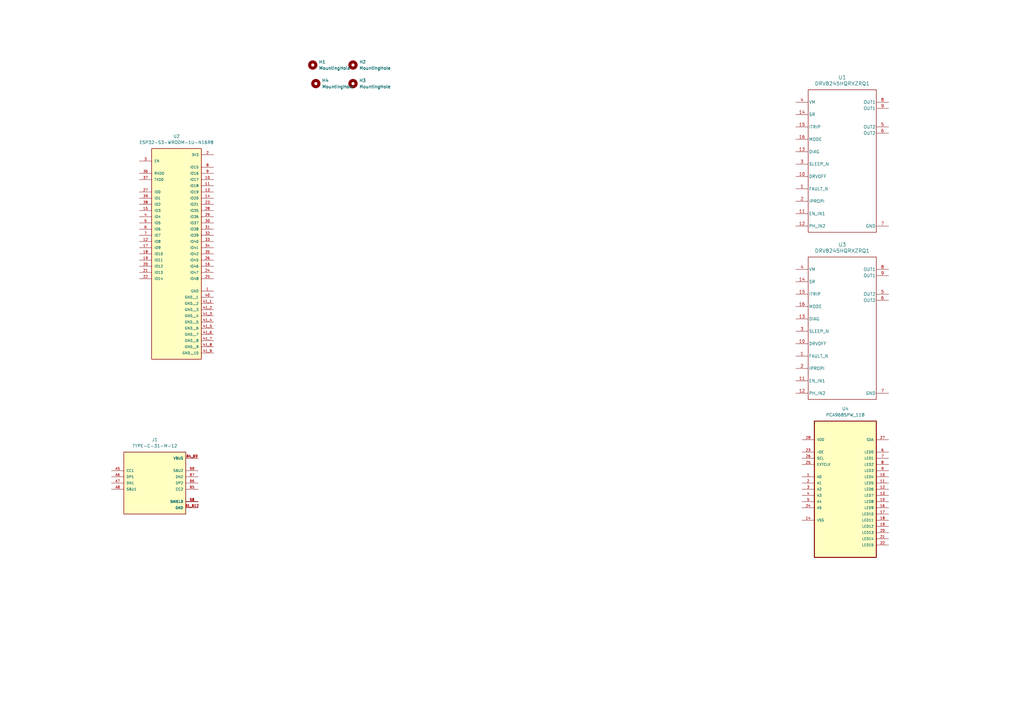
<source format=kicad_sch>
(kicad_sch (version 20250114) (generator "eeschema") (generator_version "9.0")
  (paper "A3")
  (title_block (title "Robotics ESP32 Development Board") (date "2025-10-21") (rev "1"))
  (lib_symbols
    (symbol "DRV8245H-Q1:DRV8245HQRXZRQ1" (pin_names (offset 0.254))
      (property "Reference" "U" (at 0 2.54 0))
      (property "Value" "DRV8245HQRXZRQ1" (at 0 0 0))
      (symbol "DRV8245HQRXZRQ1_0_1"
        (polyline (pts (xy 5.08 5.08) (xy 5.08 -53.34)) (stroke (width 0.2032)))
        (polyline (pts (xy 5.08 -53.34) (xy 33.02 -53.34)) (stroke (width 0.2032)))
        (polyline (pts (xy 33.02 5.08) (xy 5.08 5.08)) (stroke (width 0.2032)))
        (polyline (pts (xy 33.02 -53.34) (xy 33.02 5.08)) (stroke (width 0.2032)))
        (pin power_in line (at 0 0 0) (length 5.08) (name "VM") (number "4"))
        (pin unspecified line (at 0 -5.08 0) (length 5.08) (name "SR") (number "14"))
        (pin unspecified line (at 0 -10.16 0) (length 5.08) (name "ITRIP") (number "15"))
        (pin unspecified line (at 0 -15.24 0) (length 5.08) (name "MODE") (number "16"))
        (pin unspecified line (at 0 -20.32 0) (length 5.08) (name "DIAG") (number "13"))
        (pin input line (at 0 -25.4 0) (length 5.08) (name "SLEEP_N") (number "3"))
        (pin input line (at 0 -30.48 0) (length 5.08) (name "DRVOFF") (number "10"))
        (pin open_collector line (at 0 -35.56 0) (length 5.08) (name "FAULT_N") (number "1"))
        (pin unspecified line (at 0 -40.64 0) (length 5.08) (name "IPROPI") (number "2"))
        (pin input line (at 0 -45.72 0) (length 5.08) (name "EN_IN1") (number "11"))
        (pin input line (at 0 -50.8 0) (length 5.08) (name "PH_IN2") (number "12"))
        (pin unspecified line (at 38.1 0 180) (length 5.08) (name "OUT1") (number "8"))
        (pin unspecified line (at 38.1 -2.54 180) (length 5.08) (name "OUT1") (number "9"))
        (pin unspecified line (at 38.1 -10.16 180) (length 5.08) (name "OUT2") (number "5"))
        (pin unspecified line (at 38.1 -12.7 180) (length 5.08) (name "OUT2") (number "6"))
        (pin power_in line (at 38.1 -50.8 180) (length 5.08) (name "GND") (number "7"))
      )
    )
    (symbol "ESP32-S3-WROOM-1U-N16R8:ESP32-S3-WROOM-1U-N16R8" (pin_names (offset 1.016))
      (property "Reference" "U" (at -10.16 31.242 0))
      (property "Value" "ESP32-S3-WROOM-1U-N16R8" (at -10.16 -58.42 0))
      (symbol "ESP32-S3-WROOM-1U-N16R8_0_0"
        (rectangle (start -10.16 -55.88) (end 10.16 30.48) (stroke (width 0.254)) (fill (type background)))
        (pin input line (at -15.24 25.4 0) (length 5.08) (name "EN") (number "3"))
        (pin bidirectional line (at -15.24 20.32 0) (length 5.08) (name "RXD0") (number "36"))
        (pin bidirectional line (at -15.24 17.78 0) (length 5.08) (name "TXD0") (number "37"))
        (pin bidirectional line (at -15.24 12.7 0) (length 5.08) (name "IO0") (number "27"))
        (pin bidirectional line (at -15.24 10.16 0) (length 5.08) (name "IO1") (number "39"))
        (pin bidirectional line (at -15.24 7.62 0) (length 5.08) (name "IO2") (number "38"))
        (pin bidirectional line (at -15.24 5.08 0) (length 5.08) (name "IO3") (number "15"))
        (pin bidirectional line (at -15.24 2.54 0) (length 5.08) (name "IO4") (number "4"))
        (pin bidirectional line (at -15.24 0 0) (length 5.08) (name "IO5") (number "5"))
        (pin bidirectional line (at -15.24 -2.54 0) (length 5.08) (name "IO6") (number "6"))
        (pin bidirectional line (at -15.24 -5.08 0) (length 5.08) (name "IO7") (number "7"))
        (pin bidirectional line (at -15.24 -7.62 0) (length 5.08) (name "IO8") (number "12"))
        (pin bidirectional line (at -15.24 -10.16 0) (length 5.08) (name "IO9") (number "17"))
        (pin bidirectional line (at -15.24 -12.7 0) (length 5.08) (name "IO10") (number "18"))
        (pin bidirectional line (at -15.24 -15.24 0) (length 5.08) (name "IO11") (number "19"))
        (pin bidirectional line (at -15.24 -17.78 0) (length 5.08) (name "IO12") (number "20"))
        (pin bidirectional line (at -15.24 -20.32 0) (length 5.08) (name "IO13") (number "21"))
        (pin bidirectional line (at -15.24 -22.86 0) (length 5.08) (name "IO14") (number "22"))
        (pin power_in line (at 15.24 27.94 180) (length 5.08) (name "3V3") (number "2"))
        (pin bidirectional line (at 15.24 22.86 180) (length 5.08) (name "IO15") (number "8"))
        (pin bidirectional line (at 15.24 20.32 180) (length 5.08) (name "IO16") (number "9"))
        (pin bidirectional line (at 15.24 17.78 180) (length 5.08) (name "IO17") (number "10"))
        (pin bidirectional line (at 15.24 15.24 180) (length 5.08) (name "IO18") (number "11"))
        (pin bidirectional line (at 15.24 12.7 180) (length 5.08) (name "IO19") (number "13"))
        (pin bidirectional line (at 15.24 10.16 180) (length 5.08) (name "IO20") (number "14"))
        (pin bidirectional line (at 15.24 7.62 180) (length 5.08) (name "IO21") (number "23"))
        (pin bidirectional line (at 15.24 5.08 180) (length 5.08) (name "IO35") (number "28"))
        (pin bidirectional line (at 15.24 2.54 180) (length 5.08) (name "IO36") (number "29"))
        (pin bidirectional line (at 15.24 0 180) (length 5.08) (name "IO37") (number "30"))
        (pin bidirectional line (at 15.24 -2.54 180) (length 5.08) (name "IO38") (number "31"))
        (pin bidirectional line (at 15.24 -5.08 180) (length 5.08) (name "IO39") (number "32"))
        (pin bidirectional line (at 15.24 -7.62 180) (length 5.08) (name "IO40") (number "33"))
        (pin bidirectional line (at 15.24 -10.16 180) (length 5.08) (name "IO41") (number "34"))
        (pin bidirectional line (at 15.24 -12.7 180) (length 5.08) (name "IO42") (number "35"))
        (pin bidirectional line (at 15.24 -15.24 180) (length 5.08) (name "IO45") (number "26"))
        (pin bidirectional line (at 15.24 -17.78 180) (length 5.08) (name "IO46") (number "16"))
        (pin bidirectional line (at 15.24 -20.32 180) (length 5.08) (name "IO47") (number "24"))
        (pin bidirectional line (at 15.24 -22.86 180) (length 5.08) (name "IO48") (number "25"))
        (pin power_in line (at 15.24 -27.94 180) (length 5.08) (name "GND") (number "1"))
        (pin power_in line (at 15.24 -30.48 180) (length 5.08) (name "GND__1") (number "40"))
        (pin power_in line (at 15.24 -33.02 180) (length 5.08) (name "GND__2") (number "41_1"))
        (pin power_in line (at 15.24 -35.56 180) (length 5.08) (name "GND__3") (number "41_2"))
        (pin power_in line (at 15.24 -38.1 180) (length 5.08) (name "GND__4") (number "41_3"))
        (pin power_in line (at 15.24 -40.64 180) (length 5.08) (name "GND__5") (number "41_4"))
        (pin power_in line (at 15.24 -43.18 180) (length 5.08) (name "GND__6") (number "41_5"))
        (pin power_in line (at 15.24 -45.72 180) (length 5.08) (name "GND__7") (number "41_6"))
        (pin power_in line (at 15.24 -48.26 180) (length 5.08) (name "GND__8") (number "41_7"))
        (pin power_in line (at 15.24 -50.8 180) (length 5.08) (name "GND__9") (number "41_8"))
        (pin power_in line (at 15.24 -53.34 180) (length 5.08) (name "GND__10") (number "41_9"))
      )
    )
    (symbol "Mechanical:MountingHole" (pin_names (offset 1.016)) (in_bom no)
      (property "Reference" "H" (at 0 5.08 0))
      (property "Value" "MountingHole" (at 0 3.175 0))
      (symbol "MountingHole_0_1"
        (circle (center 0 0) (radius 1.27) (stroke (width 1.27)))
      )
    )
    (symbol "PCA9685 PWM Servo Driver:PCA9685PW_118" (pin_names (offset 1.016))
      (property "Reference" "U" (at -5.3748 29.5233 0))
      (property "Value" "PCA9685PW_118" (at -3.0529 -35.7951 0))
      (symbol "PCA9685PW_118_0_0"
        (rectangle (start -12.7 -30.48) (end 12.7 25.4) (stroke (width 0.4064)) (fill (type background)))
        (pin power_in line (at -17.78 17.78 0) (length 5.08) (name "VDD") (number "28"))
        (pin input line (at -17.78 12.7 0) (length 5.08) (name "~OE") (number "23"))
        (pin input line (at -17.78 10.16 0) (length 5.08) (name "SCL") (number "26"))
        (pin input line (at -17.78 7.62 0) (length 5.08) (name "EXTCLK") (number "25"))
        (pin input line (at -17.78 2.54 0) (length 5.08) (name "A0") (number "1"))
        (pin input line (at -17.78 0 0) (length 5.08) (name "A1") (number "2"))
        (pin input line (at -17.78 -2.54 0) (length 5.08) (name "A2") (number "3"))
        (pin input line (at -17.78 -5.08 0) (length 5.08) (name "A3") (number "4"))
        (pin input line (at -17.78 -7.62 0) (length 5.08) (name "A4") (number "5"))
        (pin input line (at -17.78 -10.16 0) (length 5.08) (name "A5") (number "24"))
        (pin passive line (at -17.78 -15.24 0) (length 5.08) (name "VSS") (number "14"))
        (pin bidirectional line (at 17.78 17.78 180) (length 5.08) (name "SDA") (number "27"))
        (pin output line (at 17.78 12.7 180) (length 5.08) (name "LED0") (number "6"))
        (pin output line (at 17.78 10.16 180) (length 5.08) (name "LED1") (number "7"))
        (pin output line (at 17.78 7.62 180) (length 5.08) (name "LED2") (number "8"))
        (pin output line (at 17.78 5.08 180) (length 5.08) (name "LED3") (number "9"))
        (pin output line (at 17.78 2.54 180) (length 5.08) (name "LED4") (number "10"))
        (pin output line (at 17.78 0 180) (length 5.08) (name "LED5") (number "11"))
        (pin output line (at 17.78 -2.54 180) (length 5.08) (name "LED6") (number "12"))
        (pin output line (at 17.78 -5.08 180) (length 5.08) (name "LED7") (number "13"))
        (pin output line (at 17.78 -7.62 180) (length 5.08) (name "LED8") (number "15"))
        (pin output line (at 17.78 -10.16 180) (length 5.08) (name "LED9") (number "16"))
        (pin output line (at 17.78 -12.7 180) (length 5.08) (name "LED10") (number "17"))
        (pin output line (at 17.78 -15.24 180) (length 5.08) (name "LED11") (number "18"))
        (pin output line (at 17.78 -17.78 180) (length 5.08) (name "LED12") (number "19"))
        (pin output line (at 17.78 -20.32 180) (length 5.08) (name "LED13") (number "20"))
        (pin output line (at 17.78 -22.86 180) (length 5.08) (name "LED14") (number "21"))
        (pin output line (at 17.78 -25.4 180) (length 5.08) (name "LED15") (number "22"))
      )
    )
    (symbol "Type C connector:TYPE-C-31-M-12" (pin_names (offset 1.016))
      (property "Reference" "J" (at -12.7 13.462 0))
      (property "Value" "TYPE-C-31-M-12" (at -12.7 -13.462 0))
      (symbol "TYPE-C-31-M-12_0_0"
        (rectangle (start -12.7 -12.7) (end 12.7 12.7) (stroke (width 0.254)) (fill (type background)))
        (pin bidirectional line (at -17.78 5.08 0) (length 5.08) (name "CC1") (number "A5"))
        (pin bidirectional line (at -17.78 2.54 0) (length 5.08) (name "DP1") (number "A6"))
        (pin bidirectional line (at -17.78 0 0) (length 5.08) (name "DN1") (number "A7"))
        (pin bidirectional line (at -17.78 -2.54 0) (length 5.08) (name "SBU1") (number "A8"))
        (pin power_in line (at 17.78 10.16 180) (length 5.08) (name "VBUS") (number "A4_B9"))
        (pin power_in line (at 17.78 10.16 180) (length 5.08) (name "VBUS") (number "B4_A9"))
        (pin bidirectional line (at 17.78 5.08 180) (length 5.08) (name "SBU2") (number "B8"))
        (pin bidirectional line (at 17.78 2.54 180) (length 5.08) (name "DN2") (number "B7"))
        (pin bidirectional line (at 17.78 0 180) (length 5.08) (name "DP2") (number "B6"))
        (pin bidirectional line (at 17.78 -2.54 180) (length 5.08) (name "CC2") (number "B5"))
        (pin passive line (at 17.78 -7.62 180) (length 5.08) (name "SHIELD") (number "S1"))
        (pin passive line (at 17.78 -7.62 180) (length 5.08) (name "SHIELD") (number "S2"))
        (pin passive line (at 17.78 -7.62 180) (length 5.08) (name "SHIELD") (number "S3"))
        (pin passive line (at 17.78 -7.62 180) (length 5.08) (name "SHIELD") (number "S4"))
        (pin power_in line (at 17.78 -10.16 180) (length 5.08) (name "GND") (number "A1_B12"))
        (pin power_in line (at 17.78 -10.16 180) (length 5.08) (name "GND") (number "B1_A12"))
      )
    )
  )
  (symbol (lib_id "DRV8245H-Q1:DRV8245HQRXZRQ1") (at 326.39 110.49 0) (unit 1)
    (property "Reference" "U3" (at 345.44 100.33 0) (effects (font (size 1.524 1.524))))
    (property "Value" "DRV8245HQRXZRQ1" (at 345.44 102.87 0) (effects (font (size 1.524 1.524))))
    (property "Footprint" "DRV8245H-Q1:RXZ0016A-MFG" (effects (hide yes)))
    (property "Datasheet" "https://www.ti.com/lit/gpn/drv8245-q1" (effects (hide yes)))
  )
  (symbol (lib_id "ESP32-S3-WROOM-1U-N16R8:ESP32-S3-WROOM-1U-N16R8") (at 72.39 91.44 0) (unit 1)
    (property "Reference" "U2" (at 72.39 55.88 0))
    (property "Value" "ESP32-S3-WROOM-1U-N16R8" (at 72.39 58.42 0))
    (property "Footprint" "ESP32-S3-WROOM-N16R8:XCVR_ESP32-S3-WROOM-1U-N16R8" (effects (hide yes)))
    (property "PARTREV" "v1.1" (effects (hide yes)))
    (property "STANDARD" "Manufacturer Recommendations" (effects (hide yes)))
    (property "MAXIMUM_PACKAGE_HEIGHT" "3.35mm" (effects (hide yes)))
    (property "MANUFACTURER" "Espressif Systems" (effects (hide yes)))
  )
  (symbol (lib_id "Mechanical:MountingHole") (at 128.27 26.67 0) (unit 1) (in_bom no)
    (property "Reference" "H1" (at 130.81 25.3999 0) (effects (justify left)))
    (property "Value" "MountingHole" (at 130.81 27.9399 0) (effects (justify left)))
    (property "Footprint" "MountingHole:MountingHole_3.2mm_M3" (effects (hide yes)))
    (property "Description" "Mounting Hole without connection" (effects (hide yes)))
  )
  (symbol (lib_id "DRV8245H-Q1:DRV8245HQRXZRQ1") (at 326.39 41.91 0) (unit 1)
    (property "Reference" "U1" (at 345.44 31.75 0) (effects (font (size 1.524 1.524))))
    (property "Value" "DRV8245HQRXZRQ1" (at 345.44 34.29 0) (effects (font (size 1.524 1.524))))
    (property "Footprint" "DRV8245H-Q1:RXZ0016A-MFG" (effects (hide yes)))
    (property "Datasheet" "https://www.ti.com/lit/gpn/drv8245-q1" (effects (hide yes)))
  )
  (symbol (lib_id "Mechanical:MountingHole") (at 129.54 34.29 0) (unit 1) (in_bom no)
    (property "Reference" "H4" (at 132.08 33.0199 0) (effects (justify left)))
    (property "Value" "MountingHole" (at 132.08 35.5599 0) (effects (justify left)))
    (property "Footprint" "MountingHole:MountingHole_3.2mm_M3" (effects (hide yes)))
    (property "Description" "Mounting Hole without connection" (effects (hide yes)))
  )
  (symbol (lib_id "Mechanical:MountingHole") (at 144.78 26.67 0) (unit 1) (in_bom no)
    (property "Reference" "H2" (at 147.32 25.3999 0) (effects (justify left)))
    (property "Value" "MountingHole" (at 147.32 27.9399 0) (effects (justify left)))
    (property "Footprint" "MountingHole:MountingHole_3.2mm_M3" (effects (hide yes)))
    (property "Description" "Mounting Hole without connection" (effects (hide yes)))
  )
  (symbol (lib_id "Mechanical:MountingHole") (at 144.78 34.29 0) (unit 1) (in_bom no)
    (property "Reference" "H3" (at 147.32 33.0199 0) (effects (justify left)))
    (property "Value" "MountingHole" (at 147.32 35.5599 0) (effects (justify left)))
    (property "Footprint" "MountingHole:MountingHole_3.2mm_M3" (effects (hide yes)))
    (property "Description" "Mounting Hole without connection" (effects (hide yes)))
  )
  (symbol (lib_id "PCA9685 PWM Servo Driver:PCA9685PW_118") (at 346.71 198.12 0) (unit 1)
    (property "Reference" "U4" (at 346.71 167.64 0))
    (property "Value" "PCA9685PW_118" (at 346.71 170.18 0))
    (property "Footprint" "PCA9685 PWM Servo Driver:SOP65P640X110-28N" (effects (hide yes)))
    (property "MF" "NXP USA" (effects (hide yes)))
    (property "Description_1" "LED Driver IC 16 Output Linear - PWM Dimming 25mA 28-TSSOP" (effects (hide yes)))
    (property "PACKAGE" "TSSOP-28" (effects (hide yes)))
    (property "MPN" "PCA9685PW,118" (effects (hide yes)))
    (property "Price" "None" (effects (hide yes)))
    (property "Package" "TSSOP-28 NXP Semiconductors" (effects (hide yes)))
    (property "OC_FARNELL" "1854074" (effects (hide yes)))
    (property "SnapEDA_Link" "https://www.snapeda.com/parts/PCA9685PW,118/NXP+Semiconductors/view-part/?ref=snap" (effects (hide yes)))
    (property "MP" "PCA9685PW,118" (effects (hide yes)))
    (property "SUPPLIER" "NXP" (effects (hide yes)))
    (property "OC_NEWARK" "19T6398" (effects (hide yes)))
    (property "Availability" "In Stock" (effects (hide yes)))
    (property "Check_prices" "https://www.snapeda.com/parts/PCA9685PW,118/NXP+Semiconductors/view-part/?ref=eda" (effects (hide yes)))
  )
  (symbol (lib_id "Type C connector:TYPE-C-31-M-12") (at 63.5 198.12 0) (unit 1)
    (property "Reference" "J1" (at 63.5 180.34 0))
    (property "Value" "TYPE-C-31-M-12" (at 63.5 182.88 0))
    (property "Footprint" "Type C Connector:HRO_TYPE-C-31-M-12" (effects (hide yes)))
    (property "MF" "HRO Electronics Co., Ltd." (effects (hide yes)))
    (property "MAXIMUM_PACKAGE_HEIGHT" "3.26 mm" (effects (hide yes)))
    (property "Package" "Package" (effects (hide yes)))
    (property "Price" "None" (effects (hide yes)))
    (property "Check_prices" "https://www.snapeda.com/parts/TYPE-C-31-M-12/HRO+Electronics+Co.%252C+Ltd./view-part/?ref=eda" (effects (hide yes)))
    (property "STANDARD" "Manufacturer Recommendations" (effects (hide yes)))
    (property "PARTREV" "2020.12.08" (effects (hide yes)))
    (property "SnapEDA_Link" "https://www.snapeda.com/parts/TYPE-C-31-M-12/HRO+Electronics+Co.%252C+Ltd./view-part/?ref=snap" (effects (hide yes)))
    (property "MP" "TYPE-C-31-M-12" (effects (hide yes)))
    (property "Description_1" "USB Connectors 24 Receptacle 1 8.94*7.3mm RoHS" (effects (hide yes)))
    (property "SNAPEDA_PN" "TYPE-C-31-M-12" (effects (hide yes)))
    (property "Availability" "Not in stock" (effects (hide yes)))
    (property "MANUFACTURER" "HRO Electronics Co., Ltd." (effects (hide yes)))
  )
)
</source>
